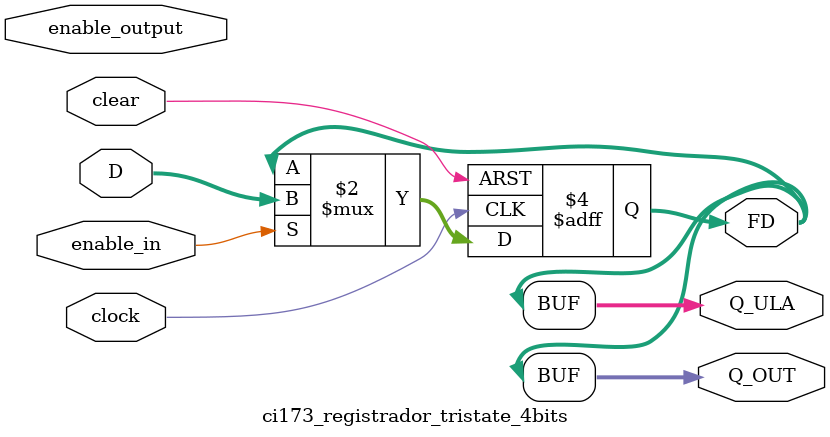
<source format=v>
module ci173_registrador_tristate_4bits
(
    input enable_in,     // Sinal para habilitar a entrada de dados.
    input enable_output, // Sinal para habilitar a saída de dados.
    input clear,         // Sinal para limpar o registrador.
    input clock,         // Sinal de clock. O registrador é acionado na borda de subida do clock.
    input [3:0] D,       // Entrada de 4 bits para ser armazenada no registrador.
    output reg [3:0] FD, // Registrador de 4 bits que armazena o valor de entrada.
    output [3:0] Q_OUT,  // Saída direta do registrador.
    output [3:0] Q_ULA   // Saída adicional, que também reflete o valor armazenado.
);

// Bloco sempre acionado na borda de subida do clock ou quando o sinal clear é ativado.
always @ (posedge clock, posedge clear) begin

    // Se o sinal clear estiver ativo, o registrador FD é zerado.
	if(clear) 
		FD <= 4'b0;
	else begin
		// Se enable_in estiver ativo, o valor de D é armazenado no registrador FD.
		if(enable_in)
			FD <= D;
	end
		
end

// As saídas Q_OUT e Q_ULA refletem o valor armazenado no registrador FD.
assign Q_OUT = FD;
assign Q_ULA = FD;

endmodule

/* 
  Este é um registrador de 4 bits com habilitação de entrada, saída e função clear.
  - Se `clear` estiver ativo (1), o registrador (FD) é zerado.
  - Se `enable_in` estiver ativo (1), o valor de `D` (4 bits) é armazenado no registrador FD na borda de subida do clock.
  - As saídas `Q_OUT` e `Q_ULA` refletem diretamente o valor armazenado no registrador FD.
  Este registrador opera de forma síncrona com o clock.
*/

</source>
